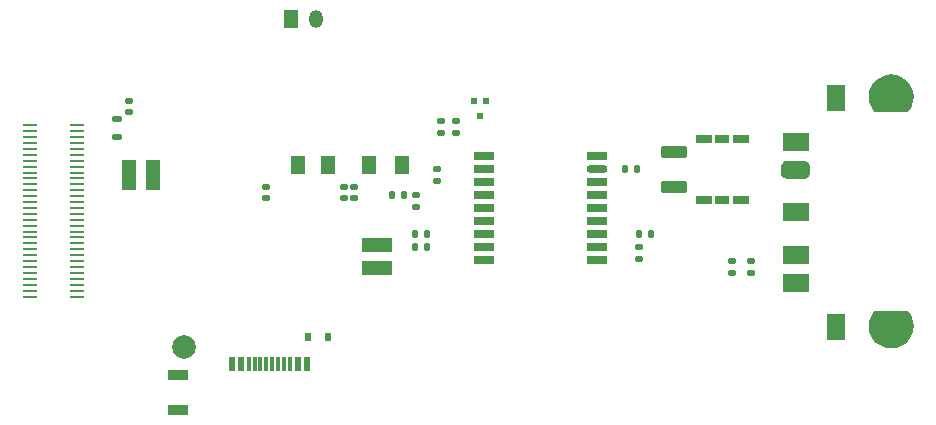
<source format=gbp>
G04*
G04 #@! TF.GenerationSoftware,Altium Limited,Altium Designer,22.2.1 (43)*
G04*
G04 Layer_Color=128*
%FSLAX44Y44*%
%MOMM*%
G71*
G04*
G04 #@! TF.SameCoordinates,32B94617-2C73-494B-87D1-3967A9C4A560*
G04*
G04*
G04 #@! TF.FilePolarity,Positive*
G04*
G01*
G75*
G04:AMPARAMS|DCode=18|XSize=0.6mm|YSize=0.5mm|CornerRadius=0.1mm|HoleSize=0mm|Usage=FLASHONLY|Rotation=0.000|XOffset=0mm|YOffset=0mm|HoleType=Round|Shape=RoundedRectangle|*
%AMROUNDEDRECTD18*
21,1,0.6000,0.3000,0,0,0.0*
21,1,0.4000,0.5000,0,0,0.0*
1,1,0.2000,0.2000,-0.1500*
1,1,0.2000,-0.2000,-0.1500*
1,1,0.2000,-0.2000,0.1500*
1,1,0.2000,0.2000,0.1500*
%
%ADD18ROUNDEDRECTD18*%
G04:AMPARAMS|DCode=21|XSize=0.6mm|YSize=0.5mm|CornerRadius=0.1mm|HoleSize=0mm|Usage=FLASHONLY|Rotation=90.000|XOffset=0mm|YOffset=0mm|HoleType=Round|Shape=RoundedRectangle|*
%AMROUNDEDRECTD21*
21,1,0.6000,0.3000,0,0,90.0*
21,1,0.4000,0.5000,0,0,90.0*
1,1,0.2000,0.1500,0.2000*
1,1,0.2000,0.1500,-0.2000*
1,1,0.2000,-0.1500,-0.2000*
1,1,0.2000,-0.1500,0.2000*
%
%ADD21ROUNDEDRECTD21*%
G04:AMPARAMS|DCode=23|XSize=0.8mm|YSize=0.5mm|CornerRadius=0.07mm|HoleSize=0mm|Usage=FLASHONLY|Rotation=180.000|XOffset=0mm|YOffset=0mm|HoleType=Round|Shape=RoundedRectangle|*
%AMROUNDEDRECTD23*
21,1,0.8000,0.3600,0,0,180.0*
21,1,0.6600,0.5000,0,0,180.0*
1,1,0.1400,-0.3300,0.1800*
1,1,0.1400,0.3300,0.1800*
1,1,0.1400,0.3300,-0.1800*
1,1,0.1400,-0.3300,-0.1800*
%
%ADD23ROUNDEDRECTD23*%
%ADD25R,0.5001X0.6000*%
%ADD78R,2.5400X1.2499*%
%ADD79R,0.6000X0.8000*%
%ADD80R,1.5000X2.3000*%
%ADD81R,2.3000X1.5000*%
G04:AMPARAMS|DCode=82|XSize=1.5mm|YSize=2.3mm|CornerRadius=0.375mm|HoleSize=0mm|Usage=FLASHONLY|Rotation=90.000|XOffset=0mm|YOffset=0mm|HoleType=Round|Shape=RoundedRectangle|*
%AMROUNDEDRECTD82*
21,1,1.5000,1.5500,0,0,90.0*
21,1,0.7500,2.3000,0,0,90.0*
1,1,0.7500,0.7750,0.3750*
1,1,0.7500,0.7750,-0.3750*
1,1,0.7500,-0.7750,-0.3750*
1,1,0.7500,-0.7750,0.3750*
%
%ADD82ROUNDEDRECTD82*%
%ADD83C,2.0000*%
%ADD84R,1.4000X0.8000*%
%ADD85R,1.2500X0.8000*%
%ADD86R,1.7000X0.9000*%
%ADD87R,1.3000X0.2500*%
%ADD88R,1.2000X1.5000*%
%ADD89O,1.2000X1.5000*%
%ADD90R,1.8000X0.7000*%
%ADD91O,1.8000X0.7000*%
G04:AMPARAMS|DCode=92|XSize=1.05mm|YSize=2.25mm|CornerRadius=0.2625mm|HoleSize=0mm|Usage=FLASHONLY|Rotation=90.000|XOffset=0mm|YOffset=0mm|HoleType=Round|Shape=RoundedRectangle|*
%AMROUNDEDRECTD92*
21,1,1.0500,1.7250,0,0,90.0*
21,1,0.5250,2.2500,0,0,90.0*
1,1,0.5250,0.8625,0.2625*
1,1,0.5250,0.8625,-0.2625*
1,1,0.5250,-0.8625,-0.2625*
1,1,0.5250,-0.8625,0.2625*
%
%ADD92ROUNDEDRECTD92*%
%ADD93R,1.2499X2.5400*%
%ADD94R,0.6000X1.1999*%
%ADD95R,0.3000X1.1999*%
G36*
X685682Y42791D02*
X686800Y41344D01*
X687773Y39796D01*
X688593Y38162D01*
X689253Y36456D01*
X689745Y34695D01*
X690067Y32895D01*
X690213Y31072D01*
X690185Y29244D01*
X689980Y27427D01*
X689603Y25638D01*
X689055Y23893D01*
X688342Y22210D01*
X687470Y20602D01*
X686449Y19086D01*
X685286Y17674D01*
X684640Y17027D01*
X683980Y16367D01*
X682537Y15182D01*
X680985Y14144D01*
X679338Y13263D01*
X677613Y12548D01*
X675827Y12006D01*
X673995Y11641D01*
X672137Y11458D01*
X670270Y11458D01*
X668412Y11640D01*
X666580Y12004D01*
X664793Y12546D01*
X663068Y13261D01*
X661421Y14141D01*
X659869Y15178D01*
X658425Y16363D01*
X657765Y17023D01*
X657119Y17669D01*
X655955Y19081D01*
X654933Y20597D01*
X654062Y22205D01*
X653348Y23889D01*
X652800Y25634D01*
X652422Y27423D01*
X652217Y29241D01*
X652188Y31069D01*
X652335Y32892D01*
X652656Y34693D01*
X653148Y36454D01*
X653807Y38160D01*
X654627Y39795D01*
X655601Y41343D01*
X656718Y42791D01*
X657344Y43458D01*
X685056D01*
X685682Y42791D01*
D02*
G37*
G36*
X581768Y170182D02*
X581866Y170073D01*
X581875Y169927D01*
X581832Y169868D01*
X581306Y169064D01*
X580462Y167340D01*
X579913Y165501D01*
X579673Y163597D01*
X579749Y161679D01*
X580140Y159800D01*
X580833Y158010D01*
X581812Y156359D01*
X582400Y155599D01*
X582033Y155653D01*
X581316Y155840D01*
X580623Y156102D01*
X579962Y156438D01*
X579652Y156640D01*
X579257Y156897D01*
X578580Y157551D01*
X578040Y158323D01*
X577656Y159182D01*
X577549Y159641D01*
X577549Y165748D01*
X577549Y165748D01*
X577549Y165748D01*
Y165748D01*
X577863Y166439D01*
X578698Y167709D01*
X579719Y168834D01*
X580902Y169788D01*
X581560Y170168D01*
X581560Y170168D01*
X581623Y170204D01*
X581768Y170182D01*
D02*
G37*
G36*
X673989Y243275D02*
X675820Y242911D01*
X677607Y242369D01*
X679332Y241655D01*
X680979Y240774D01*
X682532Y239737D01*
X683975Y238553D01*
X684635Y237892D01*
X685282Y237246D01*
X686445Y235835D01*
X687467Y234318D01*
X688339Y232710D01*
X689052Y231026D01*
X689600Y229281D01*
X689978Y227492D01*
X690183Y225674D01*
X690212Y223846D01*
X690066Y222023D01*
X689744Y220222D01*
X689252Y218461D01*
X688593Y216755D01*
X687773Y215120D01*
X686799Y213572D01*
X685682Y212124D01*
X685056Y211457D01*
X657344Y211457D01*
X657344Y211457D01*
X656718Y212124D01*
X655601Y213571D01*
X654627Y215119D01*
X653807Y216754D01*
X653147Y218459D01*
X652655Y220220D01*
X652334Y222020D01*
X652187Y223843D01*
X652215Y225671D01*
X652420Y227488D01*
X652798Y229277D01*
X653345Y231022D01*
X654058Y232706D01*
X654930Y234313D01*
X655951Y235830D01*
X657114Y237241D01*
X657760Y237888D01*
X658420Y238548D01*
X659863Y239733D01*
X661415Y240771D01*
X663062Y241652D01*
X664787Y242367D01*
X666574Y242909D01*
X668405Y243274D01*
X670263Y243457D01*
X672130Y243458D01*
X673989Y243275D01*
D02*
G37*
D18*
X208124Y138544D02*
D03*
X216380D02*
D03*
X536381Y75679D02*
D03*
Y85679D02*
D03*
X552520Y75679D02*
D03*
Y85679D02*
D03*
X286720Y152964D02*
D03*
Y162964D02*
D03*
X208124Y148544D02*
D03*
X141750Y138544D02*
D03*
Y148544D02*
D03*
X303029Y194238D02*
D03*
Y204238D02*
D03*
X268612Y140992D02*
D03*
Y130992D02*
D03*
X289694Y194238D02*
D03*
Y204238D02*
D03*
X216380Y148544D02*
D03*
X457740Y96938D02*
D03*
Y86938D02*
D03*
X25950Y211328D02*
D03*
Y221328D02*
D03*
D21*
X268070Y96988D02*
D03*
Y107988D02*
D03*
X458120D02*
D03*
X468120D02*
D03*
X278070Y96988D02*
D03*
Y107988D02*
D03*
X248890Y140988D02*
D03*
X258890D02*
D03*
X446131Y163055D02*
D03*
X456131D02*
D03*
D23*
X15481Y205439D02*
D03*
Y190439D02*
D03*
D25*
X327842Y220851D02*
D03*
X317840D02*
D03*
X322841Y207851D02*
D03*
D78*
X236075Y99332D02*
D03*
Y79332D02*
D03*
D79*
X177100Y21500D02*
D03*
X194100D02*
D03*
D80*
X624265Y223700D02*
D03*
Y29640D02*
D03*
D81*
X590735Y186620D02*
D03*
Y126920D02*
D03*
Y90920D02*
D03*
Y67220D02*
D03*
D82*
Y162920D02*
D03*
D83*
X72750Y12740D02*
D03*
D84*
X543840Y137240D02*
D03*
X512740D02*
D03*
X543840Y189060D02*
D03*
X512740D02*
D03*
D85*
X528290Y137240D02*
D03*
Y189060D02*
D03*
D86*
X67582Y-11302D02*
D03*
Y-40302D02*
D03*
D87*
X-57905Y125397D02*
D03*
Y120397D02*
D03*
X-17905Y155397D02*
D03*
Y160397D02*
D03*
Y170397D02*
D03*
Y180397D02*
D03*
Y190397D02*
D03*
Y200397D02*
D03*
Y165397D02*
D03*
Y175397D02*
D03*
Y185397D02*
D03*
Y195397D02*
D03*
X-57905Y160397D02*
D03*
Y170397D02*
D03*
Y180397D02*
D03*
Y190397D02*
D03*
Y200397D02*
D03*
Y195397D02*
D03*
Y185397D02*
D03*
Y155397D02*
D03*
Y165397D02*
D03*
Y175397D02*
D03*
X-17905Y150397D02*
D03*
X-57905Y150397D02*
D03*
Y75397D02*
D03*
Y70397D02*
D03*
Y65397D02*
D03*
Y60397D02*
D03*
Y55397D02*
D03*
X-17905Y60397D02*
D03*
Y65397D02*
D03*
Y70397D02*
D03*
Y75397D02*
D03*
Y80397D02*
D03*
Y85397D02*
D03*
Y90397D02*
D03*
Y95397D02*
D03*
Y100397D02*
D03*
Y105397D02*
D03*
Y110397D02*
D03*
Y120397D02*
D03*
Y130397D02*
D03*
Y140397D02*
D03*
Y115397D02*
D03*
Y125397D02*
D03*
Y135397D02*
D03*
Y145397D02*
D03*
X-57905Y80397D02*
D03*
Y90397D02*
D03*
Y100397D02*
D03*
Y110397D02*
D03*
Y130397D02*
D03*
Y140397D02*
D03*
Y145397D02*
D03*
Y135397D02*
D03*
X-17905Y55397D02*
D03*
X-57905Y85397D02*
D03*
Y95397D02*
D03*
Y105397D02*
D03*
Y115397D02*
D03*
D88*
X257170Y167144D02*
D03*
X229170D02*
D03*
X194170D02*
D03*
X169170D02*
D03*
X163170Y290144D02*
D03*
D89*
X184170D02*
D03*
D90*
X422280Y173988D02*
D03*
Y151988D02*
D03*
Y140988D02*
D03*
Y129988D02*
D03*
Y118988D02*
D03*
Y107988D02*
D03*
Y96988D02*
D03*
Y85988D02*
D03*
X326280Y173988D02*
D03*
Y162988D02*
D03*
Y151988D02*
D03*
Y140988D02*
D03*
Y129988D02*
D03*
Y118988D02*
D03*
Y107988D02*
D03*
Y96988D02*
D03*
Y85988D02*
D03*
D91*
X422280Y162988D02*
D03*
D92*
X487003Y177896D02*
D03*
Y148396D02*
D03*
D93*
X46061Y158469D02*
D03*
X26061D02*
D03*
D94*
X112740Y-1406D02*
D03*
X120739D02*
D03*
X168739D02*
D03*
X176738D02*
D03*
D95*
X127238D02*
D03*
X132240D02*
D03*
X137238D02*
D03*
X142240D02*
D03*
X147238D02*
D03*
X152240D02*
D03*
X157238D02*
D03*
X162240D02*
D03*
M02*

</source>
